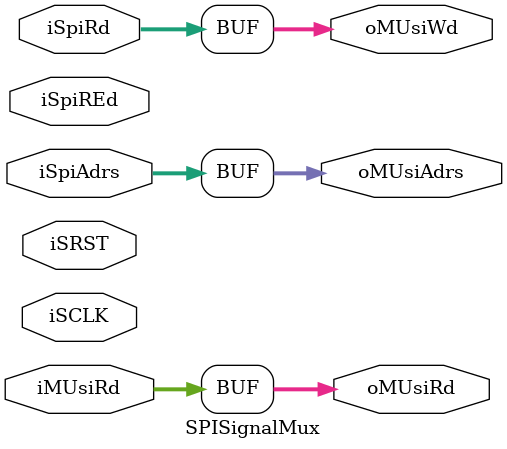
<source format=v>
module SPISignalMux #(
	parameter pUsiBusWidth = 32
	// parameter pUfiBusWidth = 32
)(
	// SPI USIB Bridge
	input  [pUsiBusWidth-1:0] iSpiRd,
	input  [pUsiBusWidth-1:0] iSpiAdrs,
	input  iSpiREd,
	// Bus Master Write/Read
	output [pUsiBusWidth-1:0] oMUsiRd,
	input  [pUsiBusWidth-1:0] iMUsiRd,
	output [pUsiBusWidth-1:0] oMUsiWd,
	output [pUsiBusWidth-1:0] oMUsiAdrs,
	// Ufi Bus Master Write
	// output	[pUfiBusWidth-1:0]	oMUfiWd,	// Write Data
	// output	[31:0]				oMUfiAdrs,	// Write address
	// output						oMUfiEd,	// Write Data Enable
	// output 						oMUfiVd,	// 転送期間中 Assert
	// output 						oMUfiCmd,	// High Read, Low Write
	// CLK Reset
	input  iSRST,
    input  iSCLK
);


//----------------------------------------------------------
// Master Cmd で RW を判定し Cke を発行するため、1clk 遅延する
// タイミングを合わせるため、データバスもレジスタ経由にする
// Cmd のデータ構造は SPISignal module 参照
//----------------------------------------------------------

//----------------------------------------------------------
// USI Bus
// Adrs 32bit内にデータ有効bitを含むため、32bit データ受信時にアドレスは更新するようにする。
// 
//----------------------------------------------------------
// reg  [pUsiBusWidth-1:0] rMUsiWd, rMUsiAdrs;

// always @(posedge iSCLK)
// begin
// 	rMUsiWd		<= iSpiRd;
// 	rMUsiAdrs	<= iSpiAdrs;
// end

assign oMUsiRd	 	= iMUsiRd; 	// Csr RData はそのまま経由させる
assign oMUsiWd   	= iSpiRd;
assign oMUsiAdrs 	= iSpiAdrs;

//----------------------------------------------------------
// UFI Bus
//----------------------------------------------------------
// reg [pUfiBusWidth-1:0] 	rMUfiWd;		assign oMUfiWd		= rMUfiWd;
// reg [31:0] 				rMUfiAdrs;		assign oMUfiAdrs	= rMUfiAdrs;
// reg 					rMUfiEd;		assign oMUfiEd		= rMUfiEd;
// reg  					rMUfiVd;		assign oMUfiVd		= rMUfiVd;
// reg  					rMUfiCmd;		assign oMUfiCmd		= rMUfiCmd;
// //
// reg 					qMUfiVd;
// //
// always @(posedge iSCLK)
// begin
// 	rMUfiWd		<= iSRd[pUfiBusWidth-1:0];
// 	rMUfiAdrs	<= iSAdrs;

// 	// Data Enable
// 	case ({iSREd, iSCmd})
// 		4'b1011:	rMUfiEd <= 1'b1;
// 		4'b1100:	rMUfiEd <= 1'b1;
// 		default 	rMUfiEd <= 1'b0;
// 	endcase

// 	// Cmd
// 	case ({iSCmd})
// 		3'b011:		rMUfiCmd <= 1'b0;
// 		default 	rMUfiCmd <= 1'b1;
// 	endcase

// 	// wVd SDLen を取得したら 転送期間中とする
// 	if (qMUfiVd) 	rMUfiVd <= 1'b0;
// 	else			rMUfiVd <= 1'b1;
// end

// always @*
// begin
// 	qMUfiVd <= (iSDLen == 16'd0);
// end


endmodule
</source>
